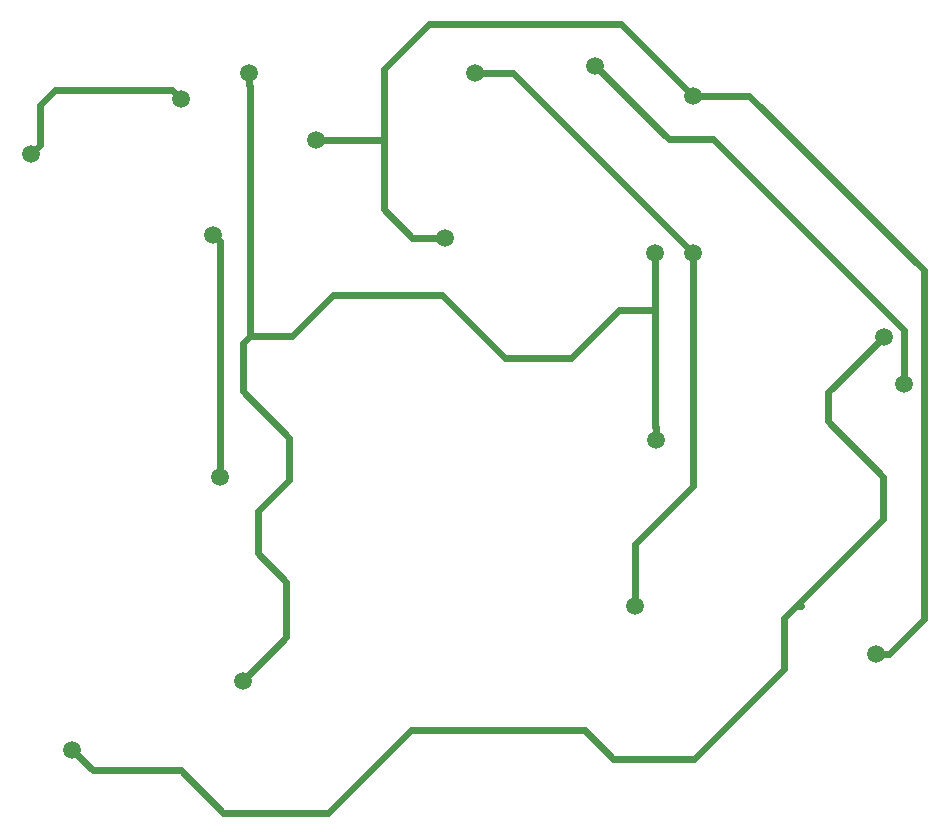
<source format=gbr>
G04 #@! TF.GenerationSoftware,KiCad,Pcbnew,5.1.2*
G04 #@! TF.CreationDate,2019-05-22T09:14:52+02:00*
G04 #@! TF.ProjectId,polythene_sensor,706f6c79-7468-4656-9e65-5f73656e736f,rev?*
G04 #@! TF.SameCoordinates,Original*
G04 #@! TF.FileFunction,Copper,L2,Bot*
G04 #@! TF.FilePolarity,Positive*
%FSLAX46Y46*%
G04 Gerber Fmt 4.6, Leading zero omitted, Abs format (unit mm)*
G04 Created by KiCad (PCBNEW 5.1.2) date 2019-05-22 09:14:52*
%MOMM*%
%LPD*%
G04 APERTURE LIST*
%ADD10C,1.500000*%
%ADD11C,0.600000*%
G04 APERTURE END LIST*
D10*
X149809200Y-85598000D03*
X149250400Y-65125600D03*
X168910000Y-65405000D03*
X189865000Y-53340000D03*
X157988000Y-57099200D03*
X189865000Y-53340000D03*
X205400000Y-100600000D03*
X207750000Y-77750000D03*
X181610000Y-50800000D03*
X151765000Y-102870000D03*
X186750000Y-82500000D03*
X152300000Y-51400000D03*
X186690000Y-66675000D03*
X133858000Y-58318400D03*
X146558000Y-53594000D03*
X137312400Y-108712000D03*
X206000000Y-73750000D03*
X184937400Y-96532700D03*
X171450000Y-51435000D03*
X189865000Y-66675000D03*
D11*
X149809200Y-85598000D02*
X149809200Y-65684400D01*
X149809200Y-65684400D02*
X149250400Y-65125600D01*
X166100000Y-65400000D02*
X163677600Y-62977600D01*
X163677600Y-62977600D02*
X163677600Y-57099200D01*
X167844340Y-65400000D02*
X166100000Y-65400000D01*
X168910000Y-65405000D02*
X167849340Y-65405000D01*
X167849340Y-65405000D02*
X167844340Y-65400000D01*
X157988000Y-57099200D02*
X163677600Y-57099200D01*
X189865000Y-53340000D02*
X183775000Y-47250000D01*
X183775000Y-47250000D02*
X167500000Y-47250000D01*
X163677600Y-51072400D02*
X163677600Y-57099200D01*
X167500000Y-47250000D02*
X163677600Y-51072400D01*
X206460660Y-100600000D02*
X209400000Y-97660660D01*
X205400000Y-100600000D02*
X206460660Y-100600000D01*
X209400000Y-97660660D02*
X209400000Y-68100000D01*
X194640000Y-53340000D02*
X209400000Y-68100000D01*
X189865000Y-53340000D02*
X194640000Y-53340000D01*
X207750000Y-73205998D02*
X191544002Y-57000000D01*
X207750000Y-77750000D02*
X207750000Y-73205998D01*
X191544002Y-57000000D02*
X188750000Y-57000000D01*
X188750000Y-57000000D02*
X187810000Y-57000000D01*
X187810000Y-57000000D02*
X181610000Y-50800000D01*
X152400000Y-73660000D02*
X151765000Y-74295000D01*
X186690000Y-81379340D02*
X186690000Y-73660000D01*
X186750000Y-81439340D02*
X186690000Y-81379340D01*
X186750000Y-82500000D02*
X186750000Y-81439340D01*
X152400000Y-52560660D02*
X152400000Y-73660000D01*
X152300000Y-52460660D02*
X152400000Y-52560660D01*
X152300000Y-51400000D02*
X152300000Y-52460660D01*
X152400000Y-73660000D02*
X155956000Y-73660000D01*
X155956000Y-73660000D02*
X159385000Y-70231000D01*
X159385000Y-70231000D02*
X168656000Y-70231000D01*
X168656000Y-70231000D02*
X173990000Y-75565000D01*
X173990000Y-75565000D02*
X179578000Y-75565000D01*
X183642000Y-71501000D02*
X186690000Y-71501000D01*
X179578000Y-75565000D02*
X183642000Y-71501000D01*
X186690000Y-73660000D02*
X186690000Y-71501000D01*
X186690000Y-71501000D02*
X186690000Y-66675000D01*
X151765000Y-102870000D02*
X155448000Y-99187000D01*
X155448000Y-99187000D02*
X155448000Y-94488000D01*
X155448000Y-94488000D02*
X153035000Y-92075000D01*
X153035000Y-92075000D02*
X153035000Y-88519000D01*
X153035000Y-88519000D02*
X155702000Y-85852000D01*
X155702000Y-85852000D02*
X155702000Y-82296000D01*
X151765000Y-78359000D02*
X151765000Y-74295000D01*
X155702000Y-82296000D02*
X151765000Y-78359000D01*
X134620000Y-54508400D02*
X134620000Y-57556400D01*
X134620000Y-57556400D02*
X133858000Y-58318400D01*
X134620000Y-54508400D02*
X134620000Y-54102000D01*
X134620000Y-54102000D02*
X135890000Y-52832000D01*
X135890000Y-52832000D02*
X145796000Y-52832000D01*
X145796000Y-52832000D02*
X146558000Y-53594000D01*
X139039600Y-110439200D02*
X137312400Y-108712000D01*
X198983600Y-96570800D02*
X198807600Y-96570800D01*
X139039600Y-110439200D02*
X146507200Y-110439200D01*
X146507200Y-110439200D02*
X150114000Y-114046000D01*
X150114000Y-114046000D02*
X159004000Y-114046000D01*
X159004000Y-114046000D02*
X165989000Y-107061000D01*
X165989000Y-107061000D02*
X180721000Y-107061000D01*
X180721000Y-107061000D02*
X183134000Y-109474000D01*
X183134000Y-109474000D02*
X189992000Y-109474000D01*
X189992000Y-109474000D02*
X197612000Y-101854000D01*
X197612000Y-101854000D02*
X197612000Y-97536000D01*
X197612000Y-97536000D02*
X205994000Y-89154000D01*
X205994000Y-89154000D02*
X205994000Y-85598000D01*
X205994000Y-85598000D02*
X201295000Y-80899000D01*
X201295000Y-78455000D02*
X206000000Y-73750000D01*
X201295000Y-80899000D02*
X201295000Y-78455000D01*
X171450000Y-51435000D02*
X174625000Y-51435000D01*
X174625000Y-51435000D02*
X189865000Y-66675000D01*
X184937400Y-96532700D02*
X184937400Y-91312600D01*
X189865000Y-86385000D02*
X189865000Y-66675000D01*
X184937400Y-91312600D02*
X189865000Y-86385000D01*
M02*

</source>
